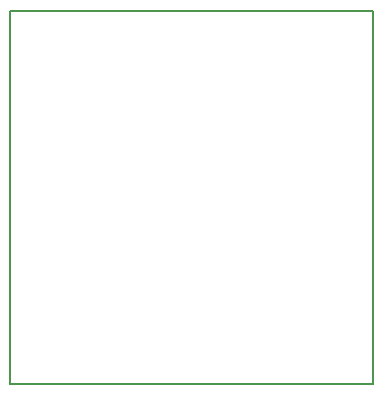
<source format=gbo>
G04 MADE WITH FRITZING*
G04 WWW.FRITZING.ORG*
G04 DOUBLE SIDED*
G04 HOLES PLATED*
G04 CONTOUR ON CENTER OF CONTOUR VECTOR*
%ASAXBY*%
%FSLAX23Y23*%
%MOIN*%
%OFA0B0*%
%SFA1.0B1.0*%
%ADD10R,1.216140X1.252900X1.200140X1.236900*%
%ADD11C,0.008000*%
%LNSILK0*%
G90*
G70*
G54D11*
X4Y1249D02*
X1212Y1249D01*
X1212Y4D01*
X4Y4D01*
X4Y1249D01*
D02*
G04 End of Silk0*
M02*
</source>
